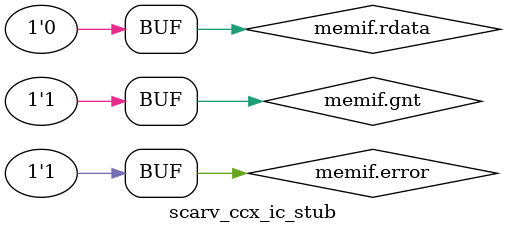
<source format=sv>

module scarv_ccx_ic_stub (

scarv_ccx_memif.RSP memif

);

assign memif.gnt    = 1'b1;
assign memif.error  = 1'b1;
assign memif.rdata  = 32'b0;

endmodule

</source>
